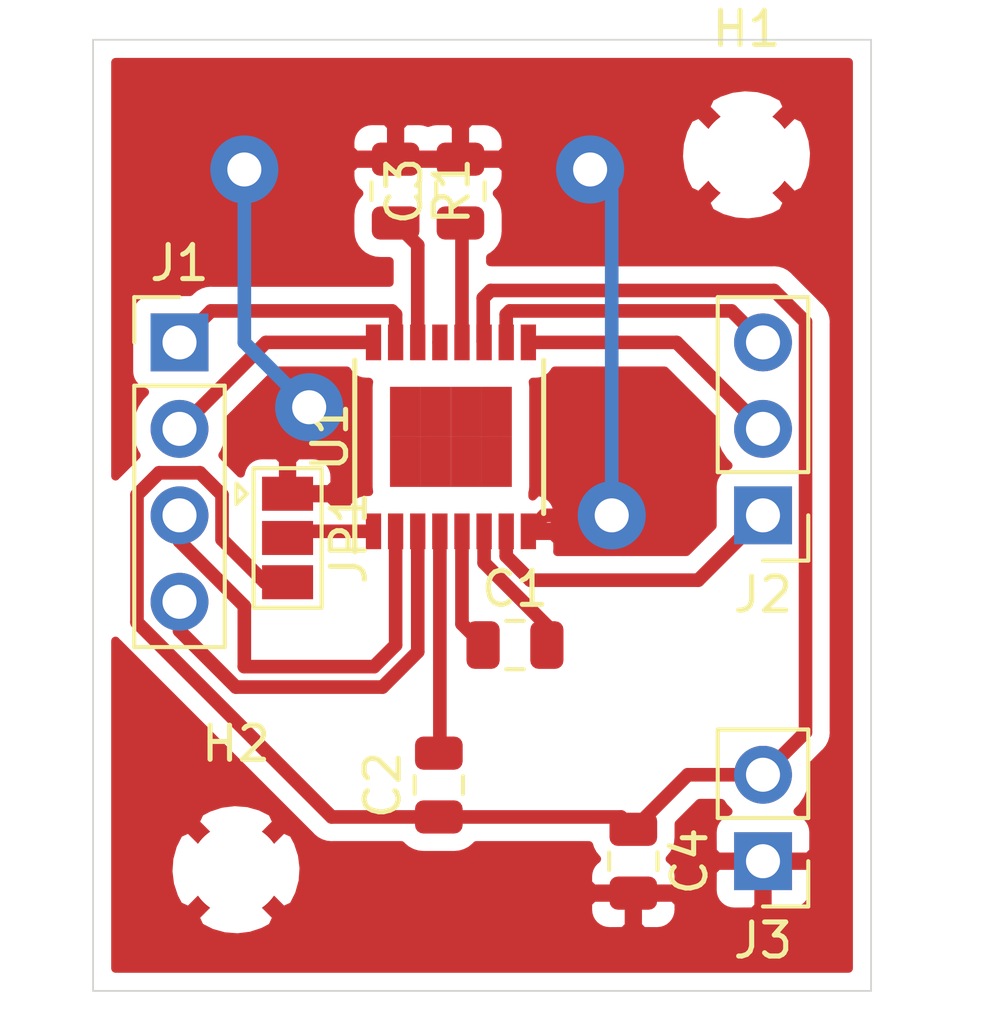
<source format=kicad_pcb>
(kicad_pcb (version 20171130) (host pcbnew 5.1.9-73d0e3b20d~88~ubuntu16.04.1)

  (general
    (thickness 1.6)
    (drawings 4)
    (tracks 71)
    (zones 0)
    (modules 12)
    (nets 17)
  )

  (page A4)
  (layers
    (0 F.Cu signal)
    (31 B.Cu signal)
    (32 B.Adhes user)
    (33 F.Adhes user)
    (34 B.Paste user)
    (35 F.Paste user)
    (36 B.SilkS user)
    (37 F.SilkS user)
    (38 B.Mask user)
    (39 F.Mask user)
    (40 Dwgs.User user)
    (41 Cmts.User user)
    (42 Eco1.User user)
    (43 Eco2.User user)
    (44 Edge.Cuts user)
    (45 Margin user)
    (46 B.CrtYd user)
    (47 F.CrtYd user)
    (48 B.Fab user)
    (49 F.Fab user)
  )

  (setup
    (last_trace_width 0.4)
    (user_trace_width 0.4)
    (user_trace_width 0.5)
    (user_trace_width 1)
    (user_trace_width 2)
    (trace_clearance 0.2)
    (zone_clearance 0.508)
    (zone_45_only no)
    (trace_min 0.2)
    (via_size 0.8)
    (via_drill 0.4)
    (via_min_size 0.4)
    (via_min_drill 0.3)
    (user_via 2 1)
    (uvia_size 0.3)
    (uvia_drill 0.1)
    (uvias_allowed no)
    (uvia_min_size 0.2)
    (uvia_min_drill 0.1)
    (edge_width 0.05)
    (segment_width 0.2)
    (pcb_text_width 0.3)
    (pcb_text_size 1.5 1.5)
    (mod_edge_width 0.12)
    (mod_text_size 1 1)
    (mod_text_width 0.15)
    (pad_size 1.524 1.524)
    (pad_drill 0.762)
    (pad_to_mask_clearance 0.05)
    (aux_axis_origin 0 0)
    (visible_elements FFFFFF7F)
    (pcbplotparams
      (layerselection 0x01000_7fffffff)
      (usegerberextensions false)
      (usegerberattributes true)
      (usegerberadvancedattributes true)
      (creategerberjobfile true)
      (excludeedgelayer true)
      (linewidth 0.100000)
      (plotframeref false)
      (viasonmask false)
      (mode 1)
      (useauxorigin false)
      (hpglpennumber 1)
      (hpglpenspeed 20)
      (hpglpendiameter 15.000000)
      (psnegative false)
      (psa4output false)
      (plotreference true)
      (plotvalue true)
      (plotinvisibletext false)
      (padsonsilk false)
      (subtractmaskfromsilk false)
      (outputformat 1)
      (mirror false)
      (drillshape 0)
      (scaleselection 1)
      (outputdirectory "GERBER/"))
  )

  (net 0 "")
  (net 1 "Net-(U1-Pad13)")
  (net 2 "Net-(C1-Pad2)")
  (net 3 "Net-(C1-Pad1)")
  (net 4 +5V)
  (net 5 "Net-(C2-Pad2)")
  (net 6 "Net-(C3-Pad1)")
  (net 7 GND)
  (net 8 "Net-(J1-Pad1)")
  (net 9 "Net-(J1-Pad2)")
  (net 10 "Net-(J1-Pad3)")
  (net 11 "Net-(J1-Pad4)")
  (net 12 "Net-(J2-Pad1)")
  (net 13 "Net-(J2-Pad2)")
  (net 14 "Net-(J2-Pad3)")
  (net 15 "Net-(JP1-Pad2)")
  (net 16 "Net-(R1-Pad2)")

  (net_class Default "This is the default net class."
    (clearance 0.2)
    (trace_width 0.25)
    (via_dia 0.8)
    (via_drill 0.4)
    (uvia_dia 0.3)
    (uvia_drill 0.1)
    (add_net +5V)
    (add_net GND)
    (add_net "Net-(C1-Pad1)")
    (add_net "Net-(C1-Pad2)")
    (add_net "Net-(C2-Pad2)")
    (add_net "Net-(C3-Pad1)")
    (add_net "Net-(J1-Pad1)")
    (add_net "Net-(J1-Pad2)")
    (add_net "Net-(J1-Pad3)")
    (add_net "Net-(J1-Pad4)")
    (add_net "Net-(J2-Pad1)")
    (add_net "Net-(J2-Pad2)")
    (add_net "Net-(J2-Pad3)")
    (add_net "Net-(JP1-Pad2)")
    (add_net "Net-(R1-Pad2)")
    (add_net "Net-(U1-Pad13)")
  )

  (module Package_SO:TSSOP-16-1EP_4.4x5mm_P0.65mm (layer F.Cu) (tedit 5A02F25C) (tstamp 6054BFBB)
    (at 61.315 146.285 90)
    (descr "FE Package; 16-Lead Plastic TSSOP (4.4mm); Exposed Pad Variation BB; (see Linear Technology 1956f.pdf)")
    (tags "SSOP 0.65")
    (path /6054D3AE)
    (attr smd)
    (fp_text reference U1 (at 0 -3.55 90) (layer F.SilkS)
      (effects (font (size 1 1) (thickness 0.15)))
    )
    (fp_text value DRV11873 (at 0 3.55 90) (layer F.Fab)
      (effects (font (size 1 1) (thickness 0.15)))
    )
    (fp_line (start -3.375 -2.825) (end 2.25 -2.825) (layer F.SilkS) (width 0.15))
    (fp_line (start -2.25 2.725) (end 2.25 2.725) (layer F.SilkS) (width 0.15))
    (fp_line (start -3.5 2.8) (end 3.5 2.8) (layer F.CrtYd) (width 0.05))
    (fp_line (start -3.5 -2.9) (end 3.5 -2.9) (layer F.CrtYd) (width 0.05))
    (fp_line (start 3.5 -2.9) (end 3.5 2.8) (layer F.CrtYd) (width 0.05))
    (fp_line (start -3.5 -2.9) (end -3.5 2.8) (layer F.CrtYd) (width 0.05))
    (fp_line (start -2.2 -1.5) (end -1.2 -2.5) (layer F.Fab) (width 0.15))
    (fp_line (start -2.2 2.5) (end -2.2 -1.5) (layer F.Fab) (width 0.15))
    (fp_line (start 2.2 2.5) (end -2.2 2.5) (layer F.Fab) (width 0.15))
    (fp_line (start 2.2 -2.5) (end 2.2 2.5) (layer F.Fab) (width 0.15))
    (fp_line (start -1.2 -2.5) (end 2.2 -2.5) (layer F.Fab) (width 0.15))
    (fp_text user %R (at 0 0 90) (layer F.Fab)
      (effects (font (size 0.8 0.8) (thickness 0.15)))
    )
    (pad 1 smd rect (at -2.775 -2.275 90) (size 1.05 0.45) (layers F.Cu F.Paste F.Mask)
      (net 15 "Net-(JP1-Pad2)"))
    (pad 2 smd rect (at -2.775 -1.625 90) (size 1.05 0.45) (layers F.Cu F.Paste F.Mask)
      (net 10 "Net-(J1-Pad3)"))
    (pad 3 smd rect (at -2.775 -0.975 90) (size 1.05 0.45) (layers F.Cu F.Paste F.Mask)
      (net 11 "Net-(J1-Pad4)"))
    (pad 4 smd rect (at -2.775 -0.325 90) (size 1.05 0.45) (layers F.Cu F.Paste F.Mask)
      (net 5 "Net-(C2-Pad2)"))
    (pad 5 smd rect (at -2.775 0.325 90) (size 1.05 0.45) (layers F.Cu F.Paste F.Mask)
      (net 3 "Net-(C1-Pad1)"))
    (pad 6 smd rect (at -2.775 0.975 90) (size 1.05 0.45) (layers F.Cu F.Paste F.Mask)
      (net 2 "Net-(C1-Pad2)"))
    (pad 7 smd rect (at -2.775 1.625 90) (size 1.05 0.45) (layers F.Cu F.Paste F.Mask)
      (net 12 "Net-(J2-Pad1)"))
    (pad 8 smd rect (at -2.775 2.275 90) (size 1.05 0.45) (layers F.Cu F.Paste F.Mask)
      (net 7 GND))
    (pad 9 smd rect (at 2.775 2.275 90) (size 1.05 0.45) (layers F.Cu F.Paste F.Mask)
      (net 13 "Net-(J2-Pad2)"))
    (pad 10 smd rect (at 2.775 1.625 90) (size 1.05 0.45) (layers F.Cu F.Paste F.Mask)
      (net 14 "Net-(J2-Pad3)"))
    (pad 11 smd rect (at 2.775 0.975 90) (size 1.05 0.45) (layers F.Cu F.Paste F.Mask)
      (net 4 +5V))
    (pad 12 smd rect (at 2.775 0.325 90) (size 1.05 0.45) (layers F.Cu F.Paste F.Mask)
      (net 6 "Net-(C3-Pad1)"))
    (pad 13 smd rect (at 2.775 -0.325 90) (size 1.05 0.45) (layers F.Cu F.Paste F.Mask)
      (net 1 "Net-(U1-Pad13)"))
    (pad 14 smd rect (at 2.775 -0.975 90) (size 1.05 0.45) (layers F.Cu F.Paste F.Mask)
      (net 16 "Net-(R1-Pad2)"))
    (pad 15 smd rect (at 2.775 -1.625 90) (size 1.05 0.45) (layers F.Cu F.Paste F.Mask)
      (net 8 "Net-(J1-Pad1)"))
    (pad 16 smd rect (at 2.775 -2.275 90) (size 1.05 0.45) (layers F.Cu F.Paste F.Mask)
      (net 9 "Net-(J1-Pad2)"))
    (pad 17 smd rect (at 0.735 1.3425 90) (size 1.47 0.895) (layers F.Cu F.Paste F.Mask)
      (solder_paste_margin_ratio -0.2))
    (pad 17 smd rect (at 0.735 0.4475 90) (size 1.47 0.895) (layers F.Cu F.Paste F.Mask)
      (solder_paste_margin_ratio -0.2))
    (pad 17 smd rect (at 0.735 -0.4475 90) (size 1.47 0.895) (layers F.Cu F.Paste F.Mask)
      (solder_paste_margin_ratio -0.2))
    (pad 17 smd rect (at 0.735 -1.3425 90) (size 1.47 0.895) (layers F.Cu F.Paste F.Mask)
      (solder_paste_margin_ratio -0.2))
    (pad 17 smd rect (at -0.735 1.3425 90) (size 1.47 0.895) (layers F.Cu F.Paste F.Mask)
      (solder_paste_margin_ratio -0.2))
    (pad 17 smd rect (at -0.735 0.4475 90) (size 1.47 0.895) (layers F.Cu F.Paste F.Mask)
      (solder_paste_margin_ratio -0.2))
    (pad 17 smd rect (at -0.735 -0.4475 90) (size 1.47 0.895) (layers F.Cu F.Paste F.Mask)
      (solder_paste_margin_ratio -0.2))
    (pad 17 smd rect (at -0.735 -1.3425 90) (size 1.47 0.895) (layers F.Cu F.Paste F.Mask)
      (solder_paste_margin_ratio -0.2))
    (model ${KISYS3DMOD}/Package_SO.3dshapes/TSSOP-16-1EP_4.4x5mm_P0.65mm.wrl
      (at (xyz 0 0 0))
      (scale (xyz 1 1 1))
      (rotate (xyz 0 0 0))
    )
  )

  (module Capacitor_SMD:C_0805_2012Metric (layer F.Cu) (tedit 5B36C52B) (tstamp 60588926)
    (at 63.1975 152.4)
    (descr "Capacitor SMD 0805 (2012 Metric), square (rectangular) end terminal, IPC_7351 nominal, (Body size source: https://docs.google.com/spreadsheets/d/1BsfQQcO9C6DZCsRaXUlFlo91Tg2WpOkGARC1WS5S8t0/edit?usp=sharing), generated with kicad-footprint-generator")
    (tags capacitor)
    (path /6059E3F3)
    (attr smd)
    (fp_text reference C1 (at 0 -1.65) (layer F.SilkS)
      (effects (font (size 1 1) (thickness 0.15)))
    )
    (fp_text value 0.1uF (at 0 1.65) (layer F.Fab)
      (effects (font (size 1 1) (thickness 0.15)))
    )
    (fp_line (start 1.68 0.95) (end -1.68 0.95) (layer F.CrtYd) (width 0.05))
    (fp_line (start 1.68 -0.95) (end 1.68 0.95) (layer F.CrtYd) (width 0.05))
    (fp_line (start -1.68 -0.95) (end 1.68 -0.95) (layer F.CrtYd) (width 0.05))
    (fp_line (start -1.68 0.95) (end -1.68 -0.95) (layer F.CrtYd) (width 0.05))
    (fp_line (start -0.258578 0.71) (end 0.258578 0.71) (layer F.SilkS) (width 0.12))
    (fp_line (start -0.258578 -0.71) (end 0.258578 -0.71) (layer F.SilkS) (width 0.12))
    (fp_line (start 1 0.6) (end -1 0.6) (layer F.Fab) (width 0.1))
    (fp_line (start 1 -0.6) (end 1 0.6) (layer F.Fab) (width 0.1))
    (fp_line (start -1 -0.6) (end 1 -0.6) (layer F.Fab) (width 0.1))
    (fp_line (start -1 0.6) (end -1 -0.6) (layer F.Fab) (width 0.1))
    (fp_text user %R (at 0 0) (layer F.Fab)
      (effects (font (size 0.5 0.5) (thickness 0.08)))
    )
    (pad 2 smd roundrect (at 0.9375 0) (size 0.975 1.4) (layers F.Cu F.Paste F.Mask) (roundrect_rratio 0.25)
      (net 2 "Net-(C1-Pad2)"))
    (pad 1 smd roundrect (at -0.9375 0) (size 0.975 1.4) (layers F.Cu F.Paste F.Mask) (roundrect_rratio 0.25)
      (net 3 "Net-(C1-Pad1)"))
    (model ${KISYS3DMOD}/Capacitor_SMD.3dshapes/C_0805_2012Metric.wrl
      (at (xyz 0 0 0))
      (scale (xyz 1 1 1))
      (rotate (xyz 0 0 0))
    )
  )

  (module Capacitor_SMD:C_0805_2012Metric (layer F.Cu) (tedit 5B36C52B) (tstamp 60588937)
    (at 60.96 156.5125 90)
    (descr "Capacitor SMD 0805 (2012 Metric), square (rectangular) end terminal, IPC_7351 nominal, (Body size source: https://docs.google.com/spreadsheets/d/1BsfQQcO9C6DZCsRaXUlFlo91Tg2WpOkGARC1WS5S8t0/edit?usp=sharing), generated with kicad-footprint-generator")
    (tags capacitor)
    (path /6059FDEE)
    (attr smd)
    (fp_text reference C2 (at 0 -1.65 90) (layer F.SilkS)
      (effects (font (size 1 1) (thickness 0.15)))
    )
    (fp_text value 0.1uF (at 0 1.65 90) (layer F.Fab)
      (effects (font (size 1 1) (thickness 0.15)))
    )
    (fp_line (start -1 0.6) (end -1 -0.6) (layer F.Fab) (width 0.1))
    (fp_line (start -1 -0.6) (end 1 -0.6) (layer F.Fab) (width 0.1))
    (fp_line (start 1 -0.6) (end 1 0.6) (layer F.Fab) (width 0.1))
    (fp_line (start 1 0.6) (end -1 0.6) (layer F.Fab) (width 0.1))
    (fp_line (start -0.258578 -0.71) (end 0.258578 -0.71) (layer F.SilkS) (width 0.12))
    (fp_line (start -0.258578 0.71) (end 0.258578 0.71) (layer F.SilkS) (width 0.12))
    (fp_line (start -1.68 0.95) (end -1.68 -0.95) (layer F.CrtYd) (width 0.05))
    (fp_line (start -1.68 -0.95) (end 1.68 -0.95) (layer F.CrtYd) (width 0.05))
    (fp_line (start 1.68 -0.95) (end 1.68 0.95) (layer F.CrtYd) (width 0.05))
    (fp_line (start 1.68 0.95) (end -1.68 0.95) (layer F.CrtYd) (width 0.05))
    (fp_text user %R (at 0 0 90) (layer F.Fab)
      (effects (font (size 0.5 0.5) (thickness 0.08)))
    )
    (pad 1 smd roundrect (at -0.9375 0 90) (size 0.975 1.4) (layers F.Cu F.Paste F.Mask) (roundrect_rratio 0.25)
      (net 4 +5V))
    (pad 2 smd roundrect (at 0.9375 0 90) (size 0.975 1.4) (layers F.Cu F.Paste F.Mask) (roundrect_rratio 0.25)
      (net 5 "Net-(C2-Pad2)"))
    (model ${KISYS3DMOD}/Capacitor_SMD.3dshapes/C_0805_2012Metric.wrl
      (at (xyz 0 0 0))
      (scale (xyz 1 1 1))
      (rotate (xyz 0 0 0))
    )
  )

  (module Capacitor_SMD:C_0805_2012Metric (layer F.Cu) (tedit 5B36C52B) (tstamp 60588948)
    (at 61.595 139.065 90)
    (descr "Capacitor SMD 0805 (2012 Metric), square (rectangular) end terminal, IPC_7351 nominal, (Body size source: https://docs.google.com/spreadsheets/d/1BsfQQcO9C6DZCsRaXUlFlo91Tg2WpOkGARC1WS5S8t0/edit?usp=sharing), generated with kicad-footprint-generator")
    (tags capacitor)
    (path /605919B4)
    (attr smd)
    (fp_text reference C3 (at 0 -1.65 90) (layer F.SilkS)
      (effects (font (size 1 1) (thickness 0.15)))
    )
    (fp_text value 2.2uF (at 0 1.65 90) (layer F.Fab)
      (effects (font (size 1 1) (thickness 0.15)))
    )
    (fp_line (start -1 0.6) (end -1 -0.6) (layer F.Fab) (width 0.1))
    (fp_line (start -1 -0.6) (end 1 -0.6) (layer F.Fab) (width 0.1))
    (fp_line (start 1 -0.6) (end 1 0.6) (layer F.Fab) (width 0.1))
    (fp_line (start 1 0.6) (end -1 0.6) (layer F.Fab) (width 0.1))
    (fp_line (start -0.258578 -0.71) (end 0.258578 -0.71) (layer F.SilkS) (width 0.12))
    (fp_line (start -0.258578 0.71) (end 0.258578 0.71) (layer F.SilkS) (width 0.12))
    (fp_line (start -1.68 0.95) (end -1.68 -0.95) (layer F.CrtYd) (width 0.05))
    (fp_line (start -1.68 -0.95) (end 1.68 -0.95) (layer F.CrtYd) (width 0.05))
    (fp_line (start 1.68 -0.95) (end 1.68 0.95) (layer F.CrtYd) (width 0.05))
    (fp_line (start 1.68 0.95) (end -1.68 0.95) (layer F.CrtYd) (width 0.05))
    (fp_text user %R (at 0 0 90) (layer F.Fab)
      (effects (font (size 0.5 0.5) (thickness 0.08)))
    )
    (pad 1 smd roundrect (at -0.9375 0 90) (size 0.975 1.4) (layers F.Cu F.Paste F.Mask) (roundrect_rratio 0.25)
      (net 6 "Net-(C3-Pad1)"))
    (pad 2 smd roundrect (at 0.9375 0 90) (size 0.975 1.4) (layers F.Cu F.Paste F.Mask) (roundrect_rratio 0.25)
      (net 7 GND))
    (model ${KISYS3DMOD}/Capacitor_SMD.3dshapes/C_0805_2012Metric.wrl
      (at (xyz 0 0 0))
      (scale (xyz 1 1 1))
      (rotate (xyz 0 0 0))
    )
  )

  (module Capacitor_SMD:C_0805_2012Metric (layer F.Cu) (tedit 5B36C52B) (tstamp 60588959)
    (at 66.675 158.75 270)
    (descr "Capacitor SMD 0805 (2012 Metric), square (rectangular) end terminal, IPC_7351 nominal, (Body size source: https://docs.google.com/spreadsheets/d/1BsfQQcO9C6DZCsRaXUlFlo91Tg2WpOkGARC1WS5S8t0/edit?usp=sharing), generated with kicad-footprint-generator")
    (tags capacitor)
    (path /605A82D5)
    (attr smd)
    (fp_text reference C4 (at 0 -1.65 90) (layer F.SilkS)
      (effects (font (size 1 1) (thickness 0.15)))
    )
    (fp_text value 22uF (at 0 1.65 90) (layer F.Fab)
      (effects (font (size 1 1) (thickness 0.15)))
    )
    (fp_line (start 1.68 0.95) (end -1.68 0.95) (layer F.CrtYd) (width 0.05))
    (fp_line (start 1.68 -0.95) (end 1.68 0.95) (layer F.CrtYd) (width 0.05))
    (fp_line (start -1.68 -0.95) (end 1.68 -0.95) (layer F.CrtYd) (width 0.05))
    (fp_line (start -1.68 0.95) (end -1.68 -0.95) (layer F.CrtYd) (width 0.05))
    (fp_line (start -0.258578 0.71) (end 0.258578 0.71) (layer F.SilkS) (width 0.12))
    (fp_line (start -0.258578 -0.71) (end 0.258578 -0.71) (layer F.SilkS) (width 0.12))
    (fp_line (start 1 0.6) (end -1 0.6) (layer F.Fab) (width 0.1))
    (fp_line (start 1 -0.6) (end 1 0.6) (layer F.Fab) (width 0.1))
    (fp_line (start -1 -0.6) (end 1 -0.6) (layer F.Fab) (width 0.1))
    (fp_line (start -1 0.6) (end -1 -0.6) (layer F.Fab) (width 0.1))
    (fp_text user %R (at 0 0 90) (layer F.Fab)
      (effects (font (size 0.5 0.5) (thickness 0.08)))
    )
    (pad 2 smd roundrect (at 0.9375 0 270) (size 0.975 1.4) (layers F.Cu F.Paste F.Mask) (roundrect_rratio 0.25)
      (net 7 GND))
    (pad 1 smd roundrect (at -0.9375 0 270) (size 0.975 1.4) (layers F.Cu F.Paste F.Mask) (roundrect_rratio 0.25)
      (net 4 +5V))
    (model ${KISYS3DMOD}/Capacitor_SMD.3dshapes/C_0805_2012Metric.wrl
      (at (xyz 0 0 0))
      (scale (xyz 1 1 1))
      (rotate (xyz 0 0 0))
    )
  )

  (module MountingHole:MountingHole_2.7mm (layer F.Cu) (tedit 56D1B4CB) (tstamp 60588961)
    (at 70 138)
    (descr "Mounting Hole 2.7mm, no annular")
    (tags "mounting hole 2.7mm no annular")
    (path /605A42B4)
    (attr virtual)
    (fp_text reference H1 (at 0 -3.7) (layer F.SilkS)
      (effects (font (size 1 1) (thickness 0.15)))
    )
    (fp_text value MountingHole_Pad (at 0 3.7) (layer F.Fab)
      (effects (font (size 1 1) (thickness 0.15)))
    )
    (fp_circle (center 0 0) (end 2.95 0) (layer F.CrtYd) (width 0.05))
    (fp_circle (center 0 0) (end 2.7 0) (layer Cmts.User) (width 0.15))
    (fp_text user %R (at 0.3 0) (layer F.Fab)
      (effects (font (size 1 1) (thickness 0.15)))
    )
    (pad 1 np_thru_hole circle (at 0 0) (size 2.7 2.7) (drill 2.7) (layers *.Cu *.Mask)
      (net 7 GND))
  )

  (module MountingHole:MountingHole_2.7mm (layer F.Cu) (tedit 56D1B4CB) (tstamp 60588969)
    (at 55 159)
    (descr "Mounting Hole 2.7mm, no annular")
    (tags "mounting hole 2.7mm no annular")
    (path /605A3C43)
    (attr virtual)
    (fp_text reference H2 (at 0 -3.7) (layer F.SilkS)
      (effects (font (size 1 1) (thickness 0.15)))
    )
    (fp_text value MountingHole_Pad (at 0 3.7) (layer F.Fab)
      (effects (font (size 1 1) (thickness 0.15)))
    )
    (fp_circle (center 0 0) (end 2.7 0) (layer Cmts.User) (width 0.15))
    (fp_circle (center 0 0) (end 2.95 0) (layer F.CrtYd) (width 0.05))
    (fp_text user %R (at 0.3 0) (layer F.Fab)
      (effects (font (size 1 1) (thickness 0.15)))
    )
    (pad 1 np_thru_hole circle (at 0 0) (size 2.7 2.7) (drill 2.7) (layers *.Cu *.Mask)
      (net 7 GND))
  )

  (module Connector_PinHeader_2.54mm:PinHeader_1x04_P2.54mm_Vertical (layer F.Cu) (tedit 59FED5CC) (tstamp 60588981)
    (at 53.34 143.51)
    (descr "Through hole straight pin header, 1x04, 2.54mm pitch, single row")
    (tags "Through hole pin header THT 1x04 2.54mm single row")
    (path /605AE0CB)
    (fp_text reference J1 (at 0 -2.33) (layer F.SilkS)
      (effects (font (size 1 1) (thickness 0.15)))
    )
    (fp_text value Data (at 0 9.95) (layer F.Fab)
      (effects (font (size 1 1) (thickness 0.15)))
    )
    (fp_line (start -0.635 -1.27) (end 1.27 -1.27) (layer F.Fab) (width 0.1))
    (fp_line (start 1.27 -1.27) (end 1.27 8.89) (layer F.Fab) (width 0.1))
    (fp_line (start 1.27 8.89) (end -1.27 8.89) (layer F.Fab) (width 0.1))
    (fp_line (start -1.27 8.89) (end -1.27 -0.635) (layer F.Fab) (width 0.1))
    (fp_line (start -1.27 -0.635) (end -0.635 -1.27) (layer F.Fab) (width 0.1))
    (fp_line (start -1.33 8.95) (end 1.33 8.95) (layer F.SilkS) (width 0.12))
    (fp_line (start -1.33 1.27) (end -1.33 8.95) (layer F.SilkS) (width 0.12))
    (fp_line (start 1.33 1.27) (end 1.33 8.95) (layer F.SilkS) (width 0.12))
    (fp_line (start -1.33 1.27) (end 1.33 1.27) (layer F.SilkS) (width 0.12))
    (fp_line (start -1.33 0) (end -1.33 -1.33) (layer F.SilkS) (width 0.12))
    (fp_line (start -1.33 -1.33) (end 0 -1.33) (layer F.SilkS) (width 0.12))
    (fp_line (start -1.8 -1.8) (end -1.8 9.4) (layer F.CrtYd) (width 0.05))
    (fp_line (start -1.8 9.4) (end 1.8 9.4) (layer F.CrtYd) (width 0.05))
    (fp_line (start 1.8 9.4) (end 1.8 -1.8) (layer F.CrtYd) (width 0.05))
    (fp_line (start 1.8 -1.8) (end -1.8 -1.8) (layer F.CrtYd) (width 0.05))
    (fp_text user %R (at 0 3.81 90) (layer F.Fab)
      (effects (font (size 1 1) (thickness 0.15)))
    )
    (pad 1 thru_hole rect (at 0 0) (size 1.7 1.7) (drill 1) (layers *.Cu *.Mask)
      (net 8 "Net-(J1-Pad1)"))
    (pad 2 thru_hole oval (at 0 2.54) (size 1.7 1.7) (drill 1) (layers *.Cu *.Mask)
      (net 9 "Net-(J1-Pad2)"))
    (pad 3 thru_hole oval (at 0 5.08) (size 1.7 1.7) (drill 1) (layers *.Cu *.Mask)
      (net 10 "Net-(J1-Pad3)"))
    (pad 4 thru_hole oval (at 0 7.62) (size 1.7 1.7) (drill 1) (layers *.Cu *.Mask)
      (net 11 "Net-(J1-Pad4)"))
    (model ${KISYS3DMOD}/Connector_PinHeader_2.54mm.3dshapes/PinHeader_1x04_P2.54mm_Vertical.wrl
      (at (xyz 0 0 0))
      (scale (xyz 1 1 1))
      (rotate (xyz 0 0 0))
    )
  )

  (module Connector_PinHeader_2.54mm:PinHeader_1x03_P2.54mm_Vertical (layer F.Cu) (tedit 59FED5CC) (tstamp 60588998)
    (at 70.485 148.59 180)
    (descr "Through hole straight pin header, 1x03, 2.54mm pitch, single row")
    (tags "Through hole pin header THT 1x03 2.54mm single row")
    (path /6058BBE9)
    (fp_text reference J2 (at 0 -2.33) (layer F.SilkS)
      (effects (font (size 1 1) (thickness 0.15)))
    )
    (fp_text value Motor (at 0 7.41) (layer F.Fab)
      (effects (font (size 1 1) (thickness 0.15)))
    )
    (fp_line (start -0.635 -1.27) (end 1.27 -1.27) (layer F.Fab) (width 0.1))
    (fp_line (start 1.27 -1.27) (end 1.27 6.35) (layer F.Fab) (width 0.1))
    (fp_line (start 1.27 6.35) (end -1.27 6.35) (layer F.Fab) (width 0.1))
    (fp_line (start -1.27 6.35) (end -1.27 -0.635) (layer F.Fab) (width 0.1))
    (fp_line (start -1.27 -0.635) (end -0.635 -1.27) (layer F.Fab) (width 0.1))
    (fp_line (start -1.33 6.41) (end 1.33 6.41) (layer F.SilkS) (width 0.12))
    (fp_line (start -1.33 1.27) (end -1.33 6.41) (layer F.SilkS) (width 0.12))
    (fp_line (start 1.33 1.27) (end 1.33 6.41) (layer F.SilkS) (width 0.12))
    (fp_line (start -1.33 1.27) (end 1.33 1.27) (layer F.SilkS) (width 0.12))
    (fp_line (start -1.33 0) (end -1.33 -1.33) (layer F.SilkS) (width 0.12))
    (fp_line (start -1.33 -1.33) (end 0 -1.33) (layer F.SilkS) (width 0.12))
    (fp_line (start -1.8 -1.8) (end -1.8 6.85) (layer F.CrtYd) (width 0.05))
    (fp_line (start -1.8 6.85) (end 1.8 6.85) (layer F.CrtYd) (width 0.05))
    (fp_line (start 1.8 6.85) (end 1.8 -1.8) (layer F.CrtYd) (width 0.05))
    (fp_line (start 1.8 -1.8) (end -1.8 -1.8) (layer F.CrtYd) (width 0.05))
    (fp_text user %R (at 0 2.54 90) (layer F.Fab)
      (effects (font (size 1 1) (thickness 0.15)))
    )
    (pad 1 thru_hole rect (at 0 0 180) (size 1.7 1.7) (drill 1) (layers *.Cu *.Mask)
      (net 12 "Net-(J2-Pad1)"))
    (pad 2 thru_hole oval (at 0 2.54 180) (size 1.7 1.7) (drill 1) (layers *.Cu *.Mask)
      (net 13 "Net-(J2-Pad2)"))
    (pad 3 thru_hole oval (at 0 5.08 180) (size 1.7 1.7) (drill 1) (layers *.Cu *.Mask)
      (net 14 "Net-(J2-Pad3)"))
    (model ${KISYS3DMOD}/Connector_PinHeader_2.54mm.3dshapes/PinHeader_1x03_P2.54mm_Vertical.wrl
      (at (xyz 0 0 0))
      (scale (xyz 1 1 1))
      (rotate (xyz 0 0 0))
    )
  )

  (module Connector_PinHeader_2.54mm:PinHeader_1x02_P2.54mm_Vertical (layer F.Cu) (tedit 59FED5CC) (tstamp 605889AE)
    (at 70.485 158.75 180)
    (descr "Through hole straight pin header, 1x02, 2.54mm pitch, single row")
    (tags "Through hole pin header THT 1x02 2.54mm single row")
    (path /605A782F)
    (fp_text reference J3 (at 0 -2.33) (layer F.SilkS)
      (effects (font (size 1 1) (thickness 0.15)))
    )
    (fp_text value Power (at 0 4.87) (layer F.Fab)
      (effects (font (size 1 1) (thickness 0.15)))
    )
    (fp_line (start -0.635 -1.27) (end 1.27 -1.27) (layer F.Fab) (width 0.1))
    (fp_line (start 1.27 -1.27) (end 1.27 3.81) (layer F.Fab) (width 0.1))
    (fp_line (start 1.27 3.81) (end -1.27 3.81) (layer F.Fab) (width 0.1))
    (fp_line (start -1.27 3.81) (end -1.27 -0.635) (layer F.Fab) (width 0.1))
    (fp_line (start -1.27 -0.635) (end -0.635 -1.27) (layer F.Fab) (width 0.1))
    (fp_line (start -1.33 3.87) (end 1.33 3.87) (layer F.SilkS) (width 0.12))
    (fp_line (start -1.33 1.27) (end -1.33 3.87) (layer F.SilkS) (width 0.12))
    (fp_line (start 1.33 1.27) (end 1.33 3.87) (layer F.SilkS) (width 0.12))
    (fp_line (start -1.33 1.27) (end 1.33 1.27) (layer F.SilkS) (width 0.12))
    (fp_line (start -1.33 0) (end -1.33 -1.33) (layer F.SilkS) (width 0.12))
    (fp_line (start -1.33 -1.33) (end 0 -1.33) (layer F.SilkS) (width 0.12))
    (fp_line (start -1.8 -1.8) (end -1.8 4.35) (layer F.CrtYd) (width 0.05))
    (fp_line (start -1.8 4.35) (end 1.8 4.35) (layer F.CrtYd) (width 0.05))
    (fp_line (start 1.8 4.35) (end 1.8 -1.8) (layer F.CrtYd) (width 0.05))
    (fp_line (start 1.8 -1.8) (end -1.8 -1.8) (layer F.CrtYd) (width 0.05))
    (fp_text user %R (at 0 1.27 90) (layer F.Fab)
      (effects (font (size 1 1) (thickness 0.15)))
    )
    (pad 1 thru_hole rect (at 0 0 180) (size 1.7 1.7) (drill 1) (layers *.Cu *.Mask)
      (net 7 GND))
    (pad 2 thru_hole oval (at 0 2.54 180) (size 1.7 1.7) (drill 1) (layers *.Cu *.Mask)
      (net 4 +5V))
    (model ${KISYS3DMOD}/Connector_PinHeader_2.54mm.3dshapes/PinHeader_1x02_P2.54mm_Vertical.wrl
      (at (xyz 0 0 0))
      (scale (xyz 1 1 1))
      (rotate (xyz 0 0 0))
    )
  )

  (module Jumper:SolderJumper-3_P1.3mm_Open_Pad1.0x1.5mm (layer F.Cu) (tedit 5A3F8BB2) (tstamp 605889C0)
    (at 56.515 149.255 270)
    (descr "SMD Solder 3-pad Jumper, 1x1.5mm Pads, 0.3mm gap, open")
    (tags "solder jumper open")
    (path /6059252E)
    (attr virtual)
    (fp_text reference JP1 (at 0 -1.8 90) (layer F.SilkS)
      (effects (font (size 1 1) (thickness 0.15)))
    )
    (fp_text value "Motor RL" (at 0 2 90) (layer F.Fab)
      (effects (font (size 1 1) (thickness 0.15)))
    )
    (fp_line (start -1.3 1.2) (end -1 1.5) (layer F.SilkS) (width 0.12))
    (fp_line (start -1.6 1.5) (end -1 1.5) (layer F.SilkS) (width 0.12))
    (fp_line (start -1.3 1.2) (end -1.6 1.5) (layer F.SilkS) (width 0.12))
    (fp_line (start -2.05 1) (end -2.05 -1) (layer F.SilkS) (width 0.12))
    (fp_line (start 2.05 1) (end -2.05 1) (layer F.SilkS) (width 0.12))
    (fp_line (start 2.05 -1) (end 2.05 1) (layer F.SilkS) (width 0.12))
    (fp_line (start -2.05 -1) (end 2.05 -1) (layer F.SilkS) (width 0.12))
    (fp_line (start -2.3 -1.25) (end 2.3 -1.25) (layer F.CrtYd) (width 0.05))
    (fp_line (start -2.3 -1.25) (end -2.3 1.25) (layer F.CrtYd) (width 0.05))
    (fp_line (start 2.3 1.25) (end 2.3 -1.25) (layer F.CrtYd) (width 0.05))
    (fp_line (start 2.3 1.25) (end -2.3 1.25) (layer F.CrtYd) (width 0.05))
    (pad 3 smd rect (at 1.3 0 270) (size 1 1.5) (layers F.Cu F.Mask)
      (net 4 +5V))
    (pad 2 smd rect (at 0 0 270) (size 1 1.5) (layers F.Cu F.Mask)
      (net 15 "Net-(JP1-Pad2)"))
    (pad 1 smd rect (at -1.3 0 270) (size 1 1.5) (layers F.Cu F.Mask)
      (net 7 GND))
  )

  (module Resistor_SMD:R_0805_2012Metric (layer F.Cu) (tedit 5B36C52B) (tstamp 605889D1)
    (at 59.69 139.065 270)
    (descr "Resistor SMD 0805 (2012 Metric), square (rectangular) end terminal, IPC_7351 nominal, (Body size source: https://docs.google.com/spreadsheets/d/1BsfQQcO9C6DZCsRaXUlFlo91Tg2WpOkGARC1WS5S8t0/edit?usp=sharing), generated with kicad-footprint-generator")
    (tags resistor)
    (path /60595CC2)
    (attr smd)
    (fp_text reference R1 (at 0 -1.65 90) (layer F.SilkS)
      (effects (font (size 1 1) (thickness 0.15)))
    )
    (fp_text value 8K2 (at 0 1.65 90) (layer F.Fab)
      (effects (font (size 1 1) (thickness 0.15)))
    )
    (fp_line (start -1 0.6) (end -1 -0.6) (layer F.Fab) (width 0.1))
    (fp_line (start -1 -0.6) (end 1 -0.6) (layer F.Fab) (width 0.1))
    (fp_line (start 1 -0.6) (end 1 0.6) (layer F.Fab) (width 0.1))
    (fp_line (start 1 0.6) (end -1 0.6) (layer F.Fab) (width 0.1))
    (fp_line (start -0.258578 -0.71) (end 0.258578 -0.71) (layer F.SilkS) (width 0.12))
    (fp_line (start -0.258578 0.71) (end 0.258578 0.71) (layer F.SilkS) (width 0.12))
    (fp_line (start -1.68 0.95) (end -1.68 -0.95) (layer F.CrtYd) (width 0.05))
    (fp_line (start -1.68 -0.95) (end 1.68 -0.95) (layer F.CrtYd) (width 0.05))
    (fp_line (start 1.68 -0.95) (end 1.68 0.95) (layer F.CrtYd) (width 0.05))
    (fp_line (start 1.68 0.95) (end -1.68 0.95) (layer F.CrtYd) (width 0.05))
    (fp_text user %R (at 0 0 90) (layer F.Fab)
      (effects (font (size 0.5 0.5) (thickness 0.08)))
    )
    (pad 1 smd roundrect (at -0.9375 0 270) (size 0.975 1.4) (layers F.Cu F.Paste F.Mask) (roundrect_rratio 0.25)
      (net 7 GND))
    (pad 2 smd roundrect (at 0.9375 0 270) (size 0.975 1.4) (layers F.Cu F.Paste F.Mask) (roundrect_rratio 0.25)
      (net 16 "Net-(R1-Pad2)"))
    (model ${KISYS3DMOD}/Resistor_SMD.3dshapes/R_0805_2012Metric.wrl
      (at (xyz 0 0 0))
      (scale (xyz 1 1 1))
      (rotate (xyz 0 0 0))
    )
  )

  (gr_line (start 50.8 134.62) (end 50.8 162.56) (layer Edge.Cuts) (width 0.05) (tstamp 6058B3B7))
  (gr_line (start 73.66 134.62) (end 50.8 134.62) (layer Edge.Cuts) (width 0.05))
  (gr_line (start 73.66 162.56) (end 73.66 134.62) (layer Edge.Cuts) (width 0.05))
  (gr_line (start 50.8 162.56) (end 73.66 162.56) (layer Edge.Cuts) (width 0.05))

  (via (at 66.04 148.59) (size 2) (drill 1) (layers F.Cu B.Cu) (net 7))
  (segment (start 60.99 143.51) (end 60.965001 143.51) (width 0.4) (layer F.Cu) (net 1))
  (segment (start 64.135 151.83) (end 64.135 152.4) (width 0.4) (layer F.Cu) (net 2))
  (segment (start 62.29 149.985) (end 64.135 151.83) (width 0.4) (layer F.Cu) (net 2))
  (segment (start 62.29 149.06) (end 62.29 149.985) (width 0.4) (layer F.Cu) (net 2))
  (segment (start 61.64 151.78) (end 62.26 152.4) (width 0.4) (layer F.Cu) (net 3))
  (segment (start 61.64 149.06) (end 61.64 151.78) (width 0.4) (layer F.Cu) (net 3))
  (segment (start 68.2775 156.21) (end 66.675 157.8125) (width 0.4) (layer F.Cu) (net 4))
  (segment (start 70.485 156.21) (end 68.2775 156.21) (width 0.4) (layer F.Cu) (net 4))
  (segment (start 66.3125 157.45) (end 66.675 157.8125) (width 0.4) (layer F.Cu) (net 4))
  (segment (start 60.96 157.45) (end 66.3125 157.45) (width 0.4) (layer F.Cu) (net 4))
  (segment (start 62.485011 141.984989) (end 62.265001 142.204999) (width 0.4) (layer F.Cu) (net 4))
  (segment (start 70.485 156.21) (end 71.735001 154.959999) (width 0.4) (layer F.Cu) (net 4))
  (segment (start 71.735001 154.959999) (end 71.735001 142.909999) (width 0.4) (layer F.Cu) (net 4))
  (segment (start 71.735001 142.909999) (end 70.809991 141.984989) (width 0.4) (layer F.Cu) (net 4))
  (segment (start 70.809991 141.984989) (end 62.485011 141.984989) (width 0.4) (layer F.Cu) (net 4))
  (segment (start 62.265001 143.485001) (end 62.29 143.51) (width 0.4) (layer F.Cu) (net 4))
  (segment (start 62.265001 142.204999) (end 62.265001 143.485001) (width 0.4) (layer F.Cu) (net 4))
  (segment (start 57.809998 157.45) (end 60.96 157.45) (width 0.4) (layer F.Cu) (net 4))
  (segment (start 52.089999 151.730001) (end 57.809998 157.45) (width 0.4) (layer F.Cu) (net 4))
  (segment (start 52.739999 147.339999) (end 52.089999 147.989999) (width 0.4) (layer F.Cu) (net 4))
  (segment (start 53.940001 147.339999) (end 52.739999 147.339999) (width 0.4) (layer F.Cu) (net 4))
  (segment (start 54.590001 149.300003) (end 54.590001 147.989999) (width 0.4) (layer F.Cu) (net 4))
  (segment (start 54.590001 147.989999) (end 53.940001 147.339999) (width 0.4) (layer F.Cu) (net 4))
  (segment (start 55.844998 150.555) (end 54.590001 149.300003) (width 0.4) (layer F.Cu) (net 4))
  (segment (start 52.089999 147.989999) (end 52.089999 151.730001) (width 0.4) (layer F.Cu) (net 4))
  (segment (start 56.515 150.555) (end 55.844998 150.555) (width 0.4) (layer F.Cu) (net 4))
  (segment (start 60.99 155.545) (end 60.96 155.575) (width 0.4) (layer F.Cu) (net 5))
  (segment (start 60.99 149.06) (end 60.99 155.545) (width 0.4) (layer F.Cu) (net 5))
  (segment (start 61.64 140.0475) (end 61.595 140.0025) (width 0.4) (layer F.Cu) (net 6))
  (segment (start 61.64 143.51) (end 61.64 140.0475) (width 0.4) (layer F.Cu) (net 6))
  (via (at 55.245 138.43) (size 2) (drill 1) (layers F.Cu B.Cu) (net 7))
  (via (at 57.15 145.415) (size 2) (drill 1) (layers F.Cu B.Cu) (net 7))
  (via (at 65.405 138.43) (size 2) (drill 1) (layers F.Cu B.Cu) (net 7))
  (segment (start 66.04 139.065) (end 65.405 138.43) (width 0.4) (layer B.Cu) (net 7))
  (segment (start 66.04 148.59) (end 66.04 139.065) (width 0.4) (layer B.Cu) (net 7))
  (segment (start 55.245 143.51) (end 57.15 145.415) (width 0.4) (layer B.Cu) (net 7))
  (segment (start 55.245 138.43) (end 55.245 143.51) (width 0.4) (layer B.Cu) (net 7))
  (segment (start 64.06 148.59) (end 63.59 149.06) (width 0.4) (layer F.Cu) (net 7))
  (segment (start 66.04 148.59) (end 64.06 148.59) (width 0.4) (layer F.Cu) (net 7))
  (segment (start 59.69 142.689998) (end 59.585001 142.584999) (width 0.4) (layer F.Cu) (net 8))
  (segment (start 54.265001 142.584999) (end 53.34 143.51) (width 0.4) (layer F.Cu) (net 8))
  (segment (start 59.585001 142.584999) (end 54.265001 142.584999) (width 0.4) (layer F.Cu) (net 8))
  (segment (start 59.69 143.51) (end 59.69 142.689998) (width 0.4) (layer F.Cu) (net 8))
  (segment (start 55.88 143.51) (end 53.34 146.05) (width 0.4) (layer F.Cu) (net 9))
  (segment (start 59.04 143.51) (end 55.88 143.51) (width 0.4) (layer F.Cu) (net 9))
  (segment (start 53.34 149.350002) (end 53.34 148.59) (width 0.4) (layer F.Cu) (net 10))
  (segment (start 55.245 151.255002) (end 53.34 149.350002) (width 0.4) (layer F.Cu) (net 10))
  (segment (start 59.69 149.06) (end 59.69 152.4) (width 0.4) (layer F.Cu) (net 10))
  (segment (start 55.245 153.035) (end 55.245 151.255002) (width 0.4) (layer F.Cu) (net 10))
  (segment (start 59.69 152.4) (end 59.055 153.035) (width 0.4) (layer F.Cu) (net 10))
  (segment (start 59.055 153.035) (end 55.245 153.035) (width 0.4) (layer F.Cu) (net 10))
  (segment (start 53.34 151.978542) (end 53.34 151.13) (width 0.4) (layer F.Cu) (net 11))
  (segment (start 54.996468 153.63501) (end 53.34 151.978542) (width 0.4) (layer F.Cu) (net 11))
  (segment (start 59.303532 153.63501) (end 54.996468 153.63501) (width 0.4) (layer F.Cu) (net 11))
  (segment (start 60.34 152.598542) (end 59.303532 153.63501) (width 0.4) (layer F.Cu) (net 11))
  (segment (start 60.34 149.06) (end 60.34 152.598542) (width 0.4) (layer F.Cu) (net 11))
  (segment (start 68.58 150.495) (end 70.485 148.59) (width 0.4) (layer F.Cu) (net 12))
  (segment (start 63.648542 150.495) (end 68.58 150.495) (width 0.4) (layer F.Cu) (net 12))
  (segment (start 62.94 149.786458) (end 63.648542 150.495) (width 0.4) (layer F.Cu) (net 12))
  (segment (start 62.94 149.06) (end 62.94 149.786458) (width 0.4) (layer F.Cu) (net 12))
  (segment (start 67.945 143.51) (end 70.485 146.05) (width 0.4) (layer F.Cu) (net 13))
  (segment (start 63.59 143.51) (end 67.945 143.51) (width 0.4) (layer F.Cu) (net 13))
  (segment (start 69.559999 142.584999) (end 70.485 143.51) (width 0.4) (layer F.Cu) (net 14))
  (segment (start 63.044999 142.584999) (end 69.559999 142.584999) (width 0.4) (layer F.Cu) (net 14))
  (segment (start 62.94 142.689998) (end 63.044999 142.584999) (width 0.4) (layer F.Cu) (net 14))
  (segment (start 62.94 143.51) (end 62.94 142.689998) (width 0.4) (layer F.Cu) (net 14))
  (segment (start 56.71 149.06) (end 56.515 149.255) (width 0.4) (layer F.Cu) (net 15))
  (segment (start 59.04 149.06) (end 56.71 149.06) (width 0.4) (layer F.Cu) (net 15))
  (segment (start 60.34 140.6525) (end 59.69 140.0025) (width 0.4) (layer F.Cu) (net 16))
  (segment (start 60.34 143.51) (end 60.34 140.6525) (width 0.4) (layer F.Cu) (net 16))

  (zone (net 7) (net_name GND) (layer F.Cu) (tstamp 0) (hatch edge 0.508)
    (connect_pads (clearance 0.508))
    (min_thickness 0.254)
    (fill yes (arc_segments 32) (thermal_gap 0.508) (thermal_bridge_width 0.508))
    (polygon
      (pts
        (xy 73.66 162.56) (xy 50.8 162.56) (xy 50.8 134.62) (xy 73.66 134.62)
      )
    )
    (filled_polygon
      (pts
        (xy 73 161.9) (xy 51.46 161.9) (xy 51.46 160.384838) (xy 53.794767 160.384838) (xy 53.932724 160.685044)
        (xy 54.281967 160.860882) (xy 54.658804 160.965207) (xy 55.048753 160.994009) (xy 55.436828 160.946184) (xy 55.808116 160.823568)
        (xy 56.067276 160.685044) (xy 56.205233 160.384838) (xy 55 159.179605) (xy 53.794767 160.384838) (xy 51.46 160.384838)
        (xy 51.46 159.048753) (xy 53.005991 159.048753) (xy 53.053816 159.436828) (xy 53.176432 159.808116) (xy 53.314956 160.067276)
        (xy 53.615162 160.205233) (xy 54.820395 159) (xy 55.179605 159) (xy 56.384838 160.205233) (xy 56.450627 160.175)
        (xy 65.336928 160.175) (xy 65.349188 160.299482) (xy 65.385498 160.41918) (xy 65.444463 160.529494) (xy 65.523815 160.626185)
        (xy 65.620506 160.705537) (xy 65.73082 160.764502) (xy 65.850518 160.800812) (xy 65.975 160.813072) (xy 66.38925 160.81)
        (xy 66.548 160.65125) (xy 66.548 159.8145) (xy 66.802 159.8145) (xy 66.802 160.65125) (xy 66.96075 160.81)
        (xy 67.375 160.813072) (xy 67.499482 160.800812) (xy 67.61918 160.764502) (xy 67.729494 160.705537) (xy 67.826185 160.626185)
        (xy 67.905537 160.529494) (xy 67.964502 160.41918) (xy 68.000812 160.299482) (xy 68.013072 160.175) (xy 68.01 159.97325)
        (xy 67.85125 159.8145) (xy 66.802 159.8145) (xy 66.548 159.8145) (xy 65.49875 159.8145) (xy 65.34 159.97325)
        (xy 65.336928 160.175) (xy 56.450627 160.175) (xy 56.685044 160.067276) (xy 56.860882 159.718033) (xy 56.893558 159.6)
        (xy 68.996928 159.6) (xy 69.009188 159.724482) (xy 69.045498 159.84418) (xy 69.104463 159.954494) (xy 69.183815 160.051185)
        (xy 69.280506 160.130537) (xy 69.39082 160.189502) (xy 69.510518 160.225812) (xy 69.635 160.238072) (xy 70.19925 160.235)
        (xy 70.358 160.07625) (xy 70.358 158.877) (xy 70.612 158.877) (xy 70.612 160.07625) (xy 70.77075 160.235)
        (xy 71.335 160.238072) (xy 71.459482 160.225812) (xy 71.57918 160.189502) (xy 71.689494 160.130537) (xy 71.786185 160.051185)
        (xy 71.865537 159.954494) (xy 71.924502 159.84418) (xy 71.960812 159.724482) (xy 71.973072 159.6) (xy 71.97 159.03575)
        (xy 71.81125 158.877) (xy 70.612 158.877) (xy 70.358 158.877) (xy 69.15875 158.877) (xy 69 159.03575)
        (xy 68.996928 159.6) (xy 56.893558 159.6) (xy 56.965207 159.341196) (xy 56.994009 158.951247) (xy 56.946184 158.563172)
        (xy 56.823568 158.191884) (xy 56.685044 157.932724) (xy 56.384838 157.794767) (xy 55.179605 159) (xy 54.820395 159)
        (xy 53.615162 157.794767) (xy 53.314956 157.932724) (xy 53.139118 158.281967) (xy 53.034793 158.658804) (xy 53.005991 159.048753)
        (xy 51.46 159.048753) (xy 51.46 157.615162) (xy 53.794767 157.615162) (xy 55 158.820395) (xy 56.205233 157.615162)
        (xy 56.067276 157.314956) (xy 55.718033 157.139118) (xy 55.341196 157.034793) (xy 54.951247 157.005991) (xy 54.563172 157.053816)
        (xy 54.191884 157.176432) (xy 53.932724 157.314956) (xy 53.794767 157.615162) (xy 51.46 157.615162) (xy 51.46 152.278562)
        (xy 51.496709 152.323292) (xy 51.528573 152.349442) (xy 57.190557 158.011427) (xy 57.216707 158.043291) (xy 57.326732 158.133586)
        (xy 57.343852 158.147636) (xy 57.488911 158.225172) (xy 57.646309 158.272918) (xy 57.809997 158.28904) (xy 57.851016 158.285)
        (xy 59.853707 158.285) (xy 59.880208 158.317292) (xy 60.013836 158.426958) (xy 60.166291 158.508447) (xy 60.331715 158.558628)
        (xy 60.50375 158.575572) (xy 61.41625 158.575572) (xy 61.588285 158.558628) (xy 61.753709 158.508447) (xy 61.906164 158.426958)
        (xy 62.039792 158.317292) (xy 62.066293 158.285) (xy 65.371076 158.285) (xy 65.404053 158.393709) (xy 65.485542 158.546164)
        (xy 65.595208 158.679792) (xy 65.601564 158.685008) (xy 65.523815 158.748815) (xy 65.444463 158.845506) (xy 65.385498 158.95582)
        (xy 65.349188 159.075518) (xy 65.336928 159.2) (xy 65.34 159.40175) (xy 65.49875 159.5605) (xy 66.548 159.5605)
        (xy 66.548 159.5405) (xy 66.802 159.5405) (xy 66.802 159.5605) (xy 67.85125 159.5605) (xy 68.01 159.40175)
        (xy 68.013072 159.2) (xy 68.000812 159.075518) (xy 67.964502 158.95582) (xy 67.905537 158.845506) (xy 67.826185 158.748815)
        (xy 67.748436 158.685008) (xy 67.754792 158.679792) (xy 67.864458 158.546164) (xy 67.945947 158.393709) (xy 67.996128 158.228285)
        (xy 68.013072 158.05625) (xy 68.013072 157.655295) (xy 68.623368 157.045) (xy 69.256935 157.045) (xy 69.331525 157.156632)
        (xy 69.46338 157.288487) (xy 69.39082 157.310498) (xy 69.280506 157.369463) (xy 69.183815 157.448815) (xy 69.104463 157.545506)
        (xy 69.045498 157.65582) (xy 69.009188 157.775518) (xy 68.996928 157.9) (xy 69 158.46425) (xy 69.15875 158.623)
        (xy 70.358 158.623) (xy 70.358 158.603) (xy 70.612 158.603) (xy 70.612 158.623) (xy 71.81125 158.623)
        (xy 71.97 158.46425) (xy 71.973072 157.9) (xy 71.960812 157.775518) (xy 71.924502 157.65582) (xy 71.865537 157.545506)
        (xy 71.786185 157.448815) (xy 71.689494 157.369463) (xy 71.57918 157.310498) (xy 71.50662 157.288487) (xy 71.638475 157.156632)
        (xy 71.80099 156.913411) (xy 71.912932 156.643158) (xy 71.97 156.35626) (xy 71.97 156.06374) (xy 71.943807 155.932061)
        (xy 72.296429 155.579439) (xy 72.328292 155.55329) (xy 72.432637 155.426145) (xy 72.510173 155.281086) (xy 72.557919 155.123688)
        (xy 72.570001 155.001018) (xy 72.570001 155.001008) (xy 72.57404 154.96) (xy 72.570001 154.918992) (xy 72.570001 142.951017)
        (xy 72.574041 142.909999) (xy 72.563856 142.806589) (xy 72.557919 142.74631) (xy 72.510173 142.588912) (xy 72.432637 142.443853)
        (xy 72.414137 142.421311) (xy 72.35444 142.348569) (xy 72.354438 142.348567) (xy 72.328292 142.316708) (xy 72.296433 142.290562)
        (xy 71.429436 141.423567) (xy 71.403282 141.391698) (xy 71.276137 141.287353) (xy 71.131078 141.209817) (xy 70.97368 141.162071)
        (xy 70.85101 141.149989) (xy 70.851009 141.149989) (xy 70.809991 141.145949) (xy 70.768973 141.149989) (xy 62.526029 141.149989)
        (xy 62.48501 141.145949) (xy 62.475 141.146935) (xy 62.475 141.014823) (xy 62.541164 140.979458) (xy 62.674792 140.869792)
        (xy 62.784458 140.736164) (xy 62.865947 140.583709) (xy 62.916128 140.418285) (xy 62.933072 140.24625) (xy 62.933072 139.75875)
        (xy 62.916128 139.586715) (xy 62.865947 139.421291) (xy 62.846463 139.384838) (xy 68.794767 139.384838) (xy 68.932724 139.685044)
        (xy 69.281967 139.860882) (xy 69.658804 139.965207) (xy 70.048753 139.994009) (xy 70.436828 139.946184) (xy 70.808116 139.823568)
        (xy 71.067276 139.685044) (xy 71.205233 139.384838) (xy 70 138.179605) (xy 68.794767 139.384838) (xy 62.846463 139.384838)
        (xy 62.784458 139.268836) (xy 62.674792 139.135208) (xy 62.668436 139.129992) (xy 62.746185 139.066185) (xy 62.825537 138.969494)
        (xy 62.884502 138.85918) (xy 62.920812 138.739482) (xy 62.933072 138.615) (xy 62.93 138.41325) (xy 62.77125 138.2545)
        (xy 61.722 138.2545) (xy 61.722 138.2745) (xy 61.468 138.2745) (xy 61.468 138.2545) (xy 59.817 138.2545)
        (xy 59.817 138.2745) (xy 59.563 138.2745) (xy 59.563 138.2545) (xy 58.51375 138.2545) (xy 58.355 138.41325)
        (xy 58.351928 138.615) (xy 58.364188 138.739482) (xy 58.400498 138.85918) (xy 58.459463 138.969494) (xy 58.538815 139.066185)
        (xy 58.616564 139.129992) (xy 58.610208 139.135208) (xy 58.500542 139.268836) (xy 58.419053 139.421291) (xy 58.368872 139.586715)
        (xy 58.351928 139.75875) (xy 58.351928 140.24625) (xy 58.368872 140.418285) (xy 58.419053 140.583709) (xy 58.500542 140.736164)
        (xy 58.610208 140.869792) (xy 58.743836 140.979458) (xy 58.896291 141.060947) (xy 59.061715 141.111128) (xy 59.23375 141.128072)
        (xy 59.505001 141.128072) (xy 59.505001 141.749999) (xy 54.306019 141.749999) (xy 54.265001 141.745959) (xy 54.223982 141.749999)
        (xy 54.101312 141.762081) (xy 53.943914 141.809827) (xy 53.798855 141.887363) (xy 53.67171 141.991708) (xy 53.646909 142.021928)
        (xy 52.49 142.021928) (xy 52.365518 142.034188) (xy 52.24582 142.070498) (xy 52.135506 142.129463) (xy 52.038815 142.208815)
        (xy 51.959463 142.305506) (xy 51.900498 142.41582) (xy 51.864188 142.535518) (xy 51.851928 142.66) (xy 51.851928 144.36)
        (xy 51.864188 144.484482) (xy 51.900498 144.60418) (xy 51.959463 144.714494) (xy 52.038815 144.811185) (xy 52.135506 144.890537)
        (xy 52.24582 144.949502) (xy 52.31838 144.971513) (xy 52.186525 145.103368) (xy 52.02401 145.346589) (xy 51.912068 145.616842)
        (xy 51.855 145.90374) (xy 51.855 146.19626) (xy 51.912068 146.483158) (xy 52.02401 146.753411) (xy 52.072759 146.82637)
        (xy 51.528577 147.370554) (xy 51.496708 147.396708) (xy 51.46 147.441437) (xy 51.46 138.048753) (xy 68.005991 138.048753)
        (xy 68.053816 138.436828) (xy 68.176432 138.808116) (xy 68.314956 139.067276) (xy 68.615162 139.205233) (xy 69.820395 138)
        (xy 70.179605 138) (xy 71.384838 139.205233) (xy 71.685044 139.067276) (xy 71.860882 138.718033) (xy 71.965207 138.341196)
        (xy 71.994009 137.951247) (xy 71.946184 137.563172) (xy 71.823568 137.191884) (xy 71.685044 136.932724) (xy 71.384838 136.794767)
        (xy 70.179605 138) (xy 69.820395 138) (xy 68.615162 136.794767) (xy 68.314956 136.932724) (xy 68.139118 137.281967)
        (xy 68.034793 137.658804) (xy 68.005991 138.048753) (xy 51.46 138.048753) (xy 51.46 137.64) (xy 58.351928 137.64)
        (xy 58.355 137.84175) (xy 58.51375 138.0005) (xy 59.563 138.0005) (xy 59.563 137.16375) (xy 59.817 137.16375)
        (xy 59.817 138.0005) (xy 61.468 138.0005) (xy 61.468 137.16375) (xy 61.722 137.16375) (xy 61.722 138.0005)
        (xy 62.77125 138.0005) (xy 62.93 137.84175) (xy 62.933072 137.64) (xy 62.920812 137.515518) (xy 62.884502 137.39582)
        (xy 62.825537 137.285506) (xy 62.746185 137.188815) (xy 62.649494 137.109463) (xy 62.53918 137.050498) (xy 62.419482 137.014188)
        (xy 62.295 137.001928) (xy 61.88075 137.005) (xy 61.722 137.16375) (xy 61.468 137.16375) (xy 61.30925 137.005)
        (xy 60.895 137.001928) (xy 60.770518 137.014188) (xy 60.65082 137.050498) (xy 60.6425 137.054945) (xy 60.63418 137.050498)
        (xy 60.514482 137.014188) (xy 60.39 137.001928) (xy 59.97575 137.005) (xy 59.817 137.16375) (xy 59.563 137.16375)
        (xy 59.40425 137.005) (xy 58.99 137.001928) (xy 58.865518 137.014188) (xy 58.74582 137.050498) (xy 58.635506 137.109463)
        (xy 58.538815 137.188815) (xy 58.459463 137.285506) (xy 58.400498 137.39582) (xy 58.364188 137.515518) (xy 58.351928 137.64)
        (xy 51.46 137.64) (xy 51.46 136.615162) (xy 68.794767 136.615162) (xy 70 137.820395) (xy 71.205233 136.615162)
        (xy 71.067276 136.314956) (xy 70.718033 136.139118) (xy 70.341196 136.034793) (xy 69.951247 136.005991) (xy 69.563172 136.053816)
        (xy 69.191884 136.176432) (xy 68.932724 136.314956) (xy 68.794767 136.615162) (xy 51.46 136.615162) (xy 51.46 135.28)
        (xy 73.000001 135.28)
      )
    )
    (filled_polygon
      (pts
        (xy 69.026193 145.772061) (xy 69 145.90374) (xy 69 146.19626) (xy 69.057068 146.483158) (xy 69.16901 146.753411)
        (xy 69.331525 146.996632) (xy 69.46338 147.128487) (xy 69.39082 147.150498) (xy 69.280506 147.209463) (xy 69.183815 147.288815)
        (xy 69.104463 147.385506) (xy 69.045498 147.49582) (xy 69.009188 147.615518) (xy 68.996928 147.74) (xy 68.996928 148.897204)
        (xy 68.234133 149.66) (xy 64.446041 149.66) (xy 64.452959 149.572979) (xy 64.45 149.34575) (xy 64.29125 149.187)
        (xy 63.803072 149.187) (xy 63.803072 148.933) (xy 64.29125 148.933) (xy 64.45 148.77425) (xy 64.452959 148.547021)
        (xy 64.443046 148.42233) (xy 64.408997 148.30197) (xy 64.352122 148.190564) (xy 64.274605 148.092395) (xy 64.179426 148.011235)
        (xy 64.070242 147.950203) (xy 63.951249 147.911645) (xy 63.84675 147.9) (xy 63.717002 148.029748) (xy 63.717002 147.925007)
        (xy 63.730812 147.879482) (xy 63.743072 147.755) (xy 63.743072 144.815) (xy 63.730812 144.690518) (xy 63.72552 144.673072)
        (xy 63.815 144.673072) (xy 63.939482 144.660812) (xy 64.05918 144.624502) (xy 64.169494 144.565537) (xy 64.266185 144.486185)
        (xy 64.345537 144.389494) (xy 64.36932 144.345) (xy 67.599133 144.345)
      )
    )
    (filled_polygon
      (pts
        (xy 58.284463 144.389494) (xy 58.363815 144.486185) (xy 58.460506 144.565537) (xy 58.57082 144.624502) (xy 58.690518 144.660812)
        (xy 58.815 144.673072) (xy 58.90448 144.673072) (xy 58.899188 144.690518) (xy 58.886928 144.815) (xy 58.886928 147.755)
        (xy 58.899188 147.879482) (xy 58.90448 147.896928) (xy 58.815 147.896928) (xy 58.690518 147.909188) (xy 58.57082 147.945498)
        (xy 58.460506 148.004463) (xy 58.363815 148.083815) (xy 58.284463 148.180506) (xy 58.26068 148.225) (xy 57.88425 148.225)
        (xy 57.74125 148.082) (xy 56.642 148.082) (xy 56.642 148.102) (xy 56.388 148.102) (xy 56.388 148.082)
        (xy 56.368 148.082) (xy 56.368 147.828) (xy 56.388 147.828) (xy 56.388 146.97875) (xy 56.642 146.97875)
        (xy 56.642 147.828) (xy 57.74125 147.828) (xy 57.9 147.66925) (xy 57.903072 147.455) (xy 57.890812 147.330518)
        (xy 57.854502 147.21082) (xy 57.795537 147.100506) (xy 57.716185 147.003815) (xy 57.619494 146.924463) (xy 57.50918 146.865498)
        (xy 57.389482 146.829188) (xy 57.265 146.816928) (xy 56.80075 146.82) (xy 56.642 146.97875) (xy 56.388 146.97875)
        (xy 56.22925 146.82) (xy 55.765 146.816928) (xy 55.640518 146.829188) (xy 55.52082 146.865498) (xy 55.410506 146.924463)
        (xy 55.313815 147.003815) (xy 55.234463 147.100506) (xy 55.175498 147.21082) (xy 55.139188 147.330518) (xy 55.136696 147.355825)
        (xy 54.60724 146.826371) (xy 54.65599 146.753411) (xy 54.767932 146.483158) (xy 54.825 146.19626) (xy 54.825 145.90374)
        (xy 54.798807 145.77206) (xy 56.225868 144.345) (xy 58.26068 144.345)
      )
    )
  )
)

</source>
